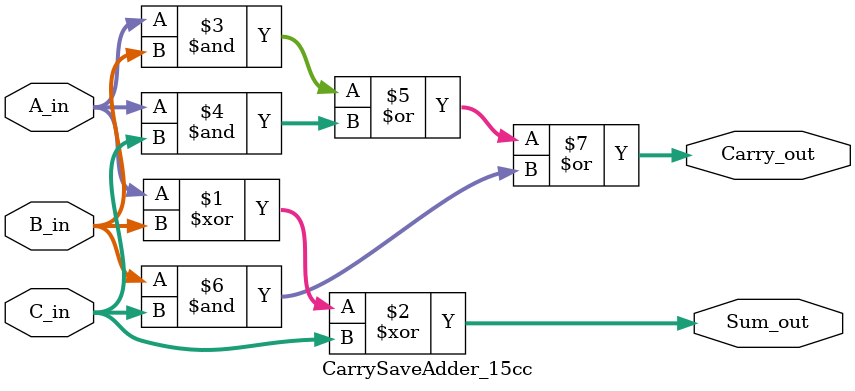
<source format=v>
`timescale 1ns / 1ps


module CarrySaveAdder_15cc#(
	parameter 	DATA_WIDTH		=	256
	)(
        input  [DATA_WIDTH-1 : 0]         A_in,
        input  [DATA_WIDTH-1 : 0]         B_in,
        input  [DATA_WIDTH-1 : 0]         C_in,

        output [DATA_WIDTH-1 : 0]         Sum_out,
        output [DATA_WIDTH-1 : 0]         Carry_out
    );

    assign Sum_out = A_in ^ B_in ^ C_in;
    assign Carry_out = (A_in & B_in) | (A_in & C_in) | (B_in & C_in);

endmodule

</source>
